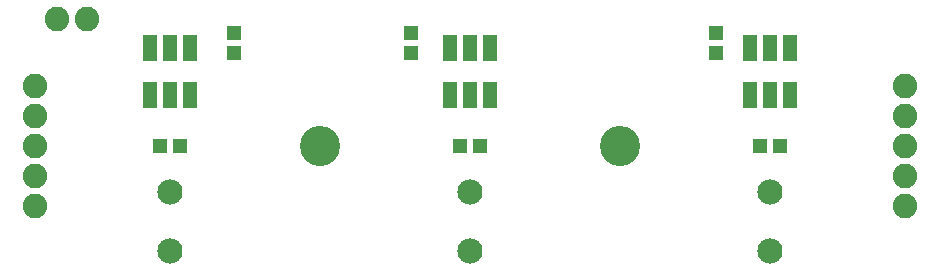
<source format=gts>
G04 EAGLE Gerber RS-274X export*
G75*
%MOMM*%
%FSLAX34Y34*%
%LPD*%
%INTop Soldermask*%
%IPPOS*%
%AMOC8*
5,1,8,0,0,1.08239X$1,22.5*%
G01*
%ADD10R,1.303200X2.203200*%
%ADD11C,2.133600*%
%ADD12R,1.303200X1.203200*%
%ADD13C,2.082800*%
%ADD14C,3.403200*%
%ADD15R,1.203200X1.303200*%


D10*
X652000Y210500D03*
X635000Y210500D03*
X618000Y210500D03*
X618000Y170500D03*
X635000Y170500D03*
X652000Y170500D03*
X398000Y210500D03*
X381000Y210500D03*
X364000Y210500D03*
X364000Y170500D03*
X381000Y170500D03*
X398000Y170500D03*
X144000Y210500D03*
X127000Y210500D03*
X110000Y210500D03*
X110000Y170500D03*
X127000Y170500D03*
X144000Y170500D03*
D11*
X635000Y88494D03*
X635000Y38506D03*
X381000Y88494D03*
X381000Y38506D03*
X127000Y88494D03*
X127000Y38506D03*
D12*
X643500Y127000D03*
X626500Y127000D03*
X389500Y127000D03*
X372500Y127000D03*
X135500Y127000D03*
X118500Y127000D03*
D13*
X749300Y177800D03*
X749300Y152400D03*
X749300Y127000D03*
X749300Y101600D03*
X749300Y76200D03*
X12700Y76200D03*
X12700Y101600D03*
X12700Y127000D03*
X12700Y152400D03*
X12700Y177800D03*
D14*
X508000Y127000D03*
X254000Y127000D03*
D13*
X31750Y234950D03*
X57150Y234950D03*
D15*
X181610Y223130D03*
X181610Y206130D03*
X331470Y223130D03*
X331470Y206130D03*
X589280Y223130D03*
X589280Y206130D03*
M02*

</source>
